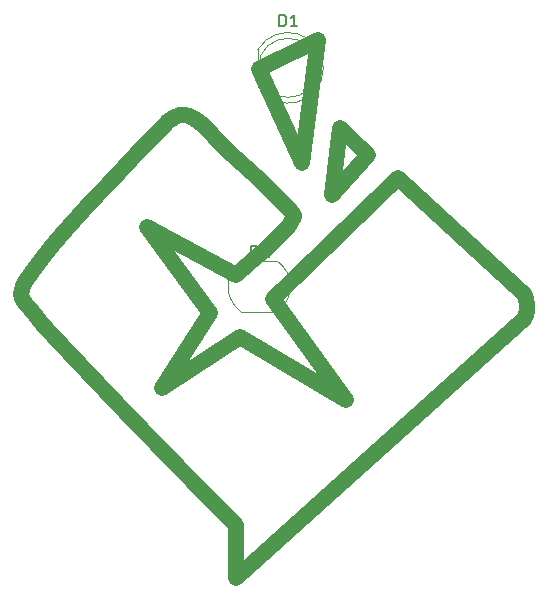
<source format=gbr>
%TF.GenerationSoftware,KiCad,Pcbnew,9.0.2*%
%TF.CreationDate,2025-06-02T01:08:01+08:00*%
%TF.ProjectId,niigo,6e696967-6f2e-46b6-9963-61645f706362,rev?*%
%TF.SameCoordinates,Original*%
%TF.FileFunction,Legend,Top*%
%TF.FilePolarity,Positive*%
%FSLAX46Y46*%
G04 Gerber Fmt 4.6, Leading zero omitted, Abs format (unit mm)*
G04 Created by KiCad (PCBNEW 9.0.2) date 2025-06-02 01:08:01*
%MOMM*%
%LPD*%
G01*
G04 APERTURE LIST*
%ADD10C,1.322916*%
%ADD11C,0.150000*%
%ADD12C,0.120000*%
G04 APERTURE END LIST*
D10*
X236026049Y-57853584D02*
X232983870Y-61248665D01*
X233635537Y-55614283D01*
X236026049Y-57853584D01*
X230376108Y-58575950D02*
X226754387Y-50630036D01*
X231752365Y-48174039D01*
X230376108Y-58575950D01*
X220500000Y-54500000D02*
X220629399Y-54520752D01*
X220761971Y-54552792D01*
X220897721Y-54596667D01*
X221036656Y-54652925D01*
X221178780Y-54722110D01*
X221324100Y-54804769D01*
X221472621Y-54901450D01*
X221624350Y-55012697D01*
X221779292Y-55139057D01*
X221937453Y-55281078D01*
X222098839Y-55439304D01*
X222263455Y-55614283D01*
X222670691Y-56048614D01*
X223147553Y-56532466D01*
X224257224Y-57609791D01*
X226729854Y-59930356D01*
X227881093Y-61017839D01*
X228834471Y-61952952D01*
X229203880Y-62339032D01*
X229484127Y-62657815D01*
X229661979Y-62899567D01*
X229708372Y-62988514D01*
X229724203Y-63054552D01*
X229710074Y-63151470D01*
X229668887Y-63265279D01*
X229602447Y-63394670D01*
X229512558Y-63538331D01*
X229269647Y-63863232D01*
X228954584Y-64229506D01*
X228581800Y-64626677D01*
X228165724Y-65044271D01*
X227720788Y-65471811D01*
X227261422Y-65898822D01*
X226357119Y-66709355D01*
X225568259Y-67392066D01*
X224798640Y-68038799D01*
X217265477Y-63993610D01*
X222625618Y-71217157D01*
X218569291Y-77573746D01*
X225160828Y-73311972D01*
X234142742Y-78657480D01*
X227913315Y-70061380D01*
X238561287Y-59803960D01*
X249209179Y-69627966D01*
X249246101Y-69689428D01*
X249283645Y-69772694D01*
X249320623Y-69875078D01*
X249355847Y-69993890D01*
X249388129Y-70126444D01*
X249416280Y-70270052D01*
X249439113Y-70422026D01*
X249455438Y-70579678D01*
X249464067Y-70740321D01*
X249463812Y-70901268D01*
X249453486Y-71059830D01*
X249431899Y-71213320D01*
X249416511Y-71287322D01*
X249397863Y-71359049D01*
X249375805Y-71428164D01*
X249350190Y-71494332D01*
X249320868Y-71557215D01*
X249287691Y-71616479D01*
X249250511Y-71671787D01*
X249209179Y-71722803D01*
X224798640Y-93682373D01*
X224798640Y-89203773D01*
X222029154Y-86421579D01*
X215898259Y-80165309D01*
X212593014Y-76714230D01*
X209672294Y-73570435D01*
X208483722Y-72236247D01*
X207544391Y-71125856D01*
X206905338Y-70288253D01*
X206714364Y-69987056D01*
X206617599Y-69772428D01*
X206607274Y-69572928D01*
X206668264Y-69315825D01*
X206795915Y-69005312D01*
X206985572Y-68645583D01*
X207532279Y-67795247D01*
X208271142Y-66798360D01*
X209164920Y-65688463D01*
X210176368Y-64499100D01*
X212403304Y-62016148D01*
X214654008Y-59617847D01*
X216630536Y-57572541D01*
X218569291Y-55614283D01*
X218706686Y-55434055D01*
X218856329Y-55257460D01*
X219018268Y-55088870D01*
X219192548Y-54932654D01*
X219379215Y-54793185D01*
X219477209Y-54731095D01*
X219578318Y-54674832D01*
X219682546Y-54624940D01*
X219789901Y-54581966D01*
X219900387Y-54546457D01*
X220014011Y-54518958D01*
X220130779Y-54500017D01*
X220250695Y-54490179D01*
X220373767Y-54489992D01*
X220500000Y-54500000D01*
D11*
X226633333Y-66554819D02*
X226300000Y-66078628D01*
X226061905Y-66554819D02*
X226061905Y-65554819D01*
X226061905Y-65554819D02*
X226442857Y-65554819D01*
X226442857Y-65554819D02*
X226538095Y-65602438D01*
X226538095Y-65602438D02*
X226585714Y-65650057D01*
X226585714Y-65650057D02*
X226633333Y-65745295D01*
X226633333Y-65745295D02*
X226633333Y-65888152D01*
X226633333Y-65888152D02*
X226585714Y-65983390D01*
X226585714Y-65983390D02*
X226538095Y-66031009D01*
X226538095Y-66031009D02*
X226442857Y-66078628D01*
X226442857Y-66078628D02*
X226061905Y-66078628D01*
X227014286Y-65650057D02*
X227061905Y-65602438D01*
X227061905Y-65602438D02*
X227157143Y-65554819D01*
X227157143Y-65554819D02*
X227395238Y-65554819D01*
X227395238Y-65554819D02*
X227490476Y-65602438D01*
X227490476Y-65602438D02*
X227538095Y-65650057D01*
X227538095Y-65650057D02*
X227585714Y-65745295D01*
X227585714Y-65745295D02*
X227585714Y-65840533D01*
X227585714Y-65840533D02*
X227538095Y-65983390D01*
X227538095Y-65983390D02*
X226966667Y-66554819D01*
X226966667Y-66554819D02*
X227585714Y-66554819D01*
X228491905Y-46994819D02*
X228491905Y-45994819D01*
X228491905Y-45994819D02*
X228730000Y-45994819D01*
X228730000Y-45994819D02*
X228872857Y-46042438D01*
X228872857Y-46042438D02*
X228968095Y-46137676D01*
X228968095Y-46137676D02*
X229015714Y-46232914D01*
X229015714Y-46232914D02*
X229063333Y-46423390D01*
X229063333Y-46423390D02*
X229063333Y-46566247D01*
X229063333Y-46566247D02*
X229015714Y-46756723D01*
X229015714Y-46756723D02*
X228968095Y-46851961D01*
X228968095Y-46851961D02*
X228872857Y-46947200D01*
X228872857Y-46947200D02*
X228730000Y-46994819D01*
X228730000Y-46994819D02*
X228491905Y-46994819D01*
X230015714Y-46994819D02*
X229444286Y-46994819D01*
X229730000Y-46994819D02*
X229730000Y-45994819D01*
X229730000Y-45994819D02*
X229634762Y-46137676D01*
X229634762Y-46137676D02*
X229539524Y-46232914D01*
X229539524Y-46232914D02*
X229444286Y-46280533D01*
D12*
%TO.C,R2*%
X225250000Y-66850000D02*
X228300000Y-66850000D01*
X225250000Y-71150000D02*
X228300000Y-71150000D01*
X225250000Y-71150000D02*
G75*
G02*
X225271766Y-66834475I1550000J2150000D01*
G01*
X228300000Y-66850000D02*
G75*
G02*
X228344513Y-71118249I-1500000J-2150000D01*
G01*
%TO.C,D1*%
X226670000Y-48955000D02*
X226670000Y-52045000D01*
X226670000Y-48955170D02*
G75*
G02*
X232220000Y-50500000I2560000J-1544830D01*
G01*
X232220000Y-50500000D02*
G75*
G02*
X226670000Y-52044830I-2990000J0D01*
G01*
X231730000Y-50500000D02*
G75*
G02*
X226730000Y-50500000I-2500000J0D01*
G01*
X226730000Y-50500000D02*
G75*
G02*
X231730000Y-50500000I2500000J0D01*
G01*
%TD*%
M02*

</source>
